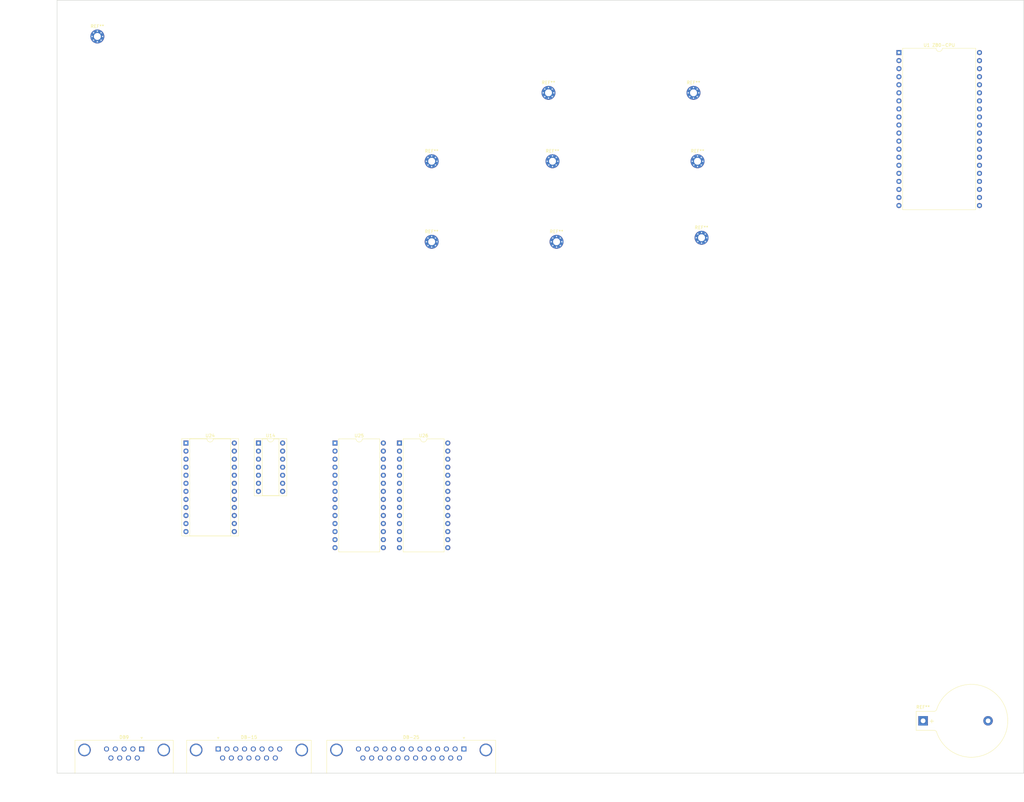
<source format=kicad_pcb>
(kicad_pcb (version 20171130) (host pcbnew 5.1.9+dfsg1-1)

  (general
    (thickness 1.6)
    (drawings 4)
    (tracks 0)
    (zones 0)
    (modules 18)
    (nets 1)
  )

  (page E)
  (layers
    (0 F.Cu signal)
    (31 B.Cu signal)
    (32 B.Adhes user)
    (33 F.Adhes user)
    (34 B.Paste user)
    (35 F.Paste user)
    (36 B.SilkS user)
    (37 F.SilkS user)
    (38 B.Mask user)
    (39 F.Mask user)
    (40 Dwgs.User user)
    (41 Cmts.User user)
    (42 Eco1.User user)
    (43 Eco2.User user)
    (44 Edge.Cuts user)
    (45 Margin user)
    (46 B.CrtYd user)
    (47 F.CrtYd user)
    (48 B.Fab user)
    (49 F.Fab user)
  )

  (setup
    (last_trace_width 0.25)
    (trace_clearance 0.2)
    (zone_clearance 0.508)
    (zone_45_only no)
    (trace_min 0.2)
    (via_size 0.8)
    (via_drill 0.4)
    (via_min_size 0.4)
    (via_min_drill 0.3)
    (uvia_size 0.3)
    (uvia_drill 0.1)
    (uvias_allowed no)
    (uvia_min_size 0.2)
    (uvia_min_drill 0.1)
    (edge_width 0.15)
    (segment_width 0.2)
    (pcb_text_width 0.3)
    (pcb_text_size 1.5 1.5)
    (mod_edge_width 0.15)
    (mod_text_size 1 1)
    (mod_text_width 0.15)
    (pad_size 1.524 1.524)
    (pad_drill 0.762)
    (pad_to_mask_clearance 0.051)
    (solder_mask_min_width 0.25)
    (aux_axis_origin 0 0)
    (visible_elements FFFFFF7F)
    (pcbplotparams
      (layerselection 0x010fc_ffffffff)
      (usegerberextensions false)
      (usegerberattributes false)
      (usegerberadvancedattributes false)
      (creategerberjobfile false)
      (excludeedgelayer true)
      (linewidth 0.100000)
      (plotframeref false)
      (viasonmask false)
      (mode 1)
      (useauxorigin false)
      (hpglpennumber 1)
      (hpglpenspeed 20)
      (hpglpendiameter 15.000000)
      (psnegative false)
      (psa4output false)
      (plotreference true)
      (plotvalue true)
      (plotinvisibletext false)
      (padsonsilk false)
      (subtractmaskfromsilk false)
      (outputformat 1)
      (mirror false)
      (drillshape 1)
      (scaleselection 1)
      (outputdirectory ""))
  )

  (net 0 "")

  (net_class Default "This is the default net class."
    (clearance 0.2)
    (trace_width 0.25)
    (via_dia 0.8)
    (via_drill 0.4)
    (uvia_dia 0.3)
    (uvia_drill 0.1)
  )

  (module Package_DIP:DIP-28_W15.24mm (layer F.Cu) (tedit 5A02E8C5) (tstamp 61C846C3)
    (at -971.55 -939.8)
    (descr "28-lead though-hole mounted DIP package, row spacing 15.24 mm (600 mils)")
    (tags "THT DIP DIL PDIP 2.54mm 15.24mm 600mil")
    (fp_text reference U26 (at 7.62 -2.33) (layer F.SilkS)
      (effects (font (size 1 1) (thickness 0.15)))
    )
    (fp_text value DIP-28_W15.24mm (at 7.62 35.35) (layer F.Fab)
      (effects (font (size 1 1) (thickness 0.15)))
    )
    (fp_text user %R (at 7.62 16.51) (layer F.Fab)
      (effects (font (size 1 1) (thickness 0.15)))
    )
    (fp_arc (start 7.62 -1.33) (end 6.62 -1.33) (angle -180) (layer F.SilkS) (width 0.12))
    (fp_line (start 1.255 -1.27) (end 14.985 -1.27) (layer F.Fab) (width 0.1))
    (fp_line (start 14.985 -1.27) (end 14.985 34.29) (layer F.Fab) (width 0.1))
    (fp_line (start 14.985 34.29) (end 0.255 34.29) (layer F.Fab) (width 0.1))
    (fp_line (start 0.255 34.29) (end 0.255 -0.27) (layer F.Fab) (width 0.1))
    (fp_line (start 0.255 -0.27) (end 1.255 -1.27) (layer F.Fab) (width 0.1))
    (fp_line (start 6.62 -1.33) (end 1.16 -1.33) (layer F.SilkS) (width 0.12))
    (fp_line (start 1.16 -1.33) (end 1.16 34.35) (layer F.SilkS) (width 0.12))
    (fp_line (start 1.16 34.35) (end 14.08 34.35) (layer F.SilkS) (width 0.12))
    (fp_line (start 14.08 34.35) (end 14.08 -1.33) (layer F.SilkS) (width 0.12))
    (fp_line (start 14.08 -1.33) (end 8.62 -1.33) (layer F.SilkS) (width 0.12))
    (fp_line (start -1.05 -1.55) (end -1.05 34.55) (layer F.CrtYd) (width 0.05))
    (fp_line (start -1.05 34.55) (end 16.3 34.55) (layer F.CrtYd) (width 0.05))
    (fp_line (start 16.3 34.55) (end 16.3 -1.55) (layer F.CrtYd) (width 0.05))
    (fp_line (start 16.3 -1.55) (end -1.05 -1.55) (layer F.CrtYd) (width 0.05))
    (pad 28 thru_hole oval (at 15.24 0) (size 1.6 1.6) (drill 0.8) (layers *.Cu *.Mask))
    (pad 14 thru_hole oval (at 0 33.02) (size 1.6 1.6) (drill 0.8) (layers *.Cu *.Mask))
    (pad 27 thru_hole oval (at 15.24 2.54) (size 1.6 1.6) (drill 0.8) (layers *.Cu *.Mask))
    (pad 13 thru_hole oval (at 0 30.48) (size 1.6 1.6) (drill 0.8) (layers *.Cu *.Mask))
    (pad 26 thru_hole oval (at 15.24 5.08) (size 1.6 1.6) (drill 0.8) (layers *.Cu *.Mask))
    (pad 12 thru_hole oval (at 0 27.94) (size 1.6 1.6) (drill 0.8) (layers *.Cu *.Mask))
    (pad 25 thru_hole oval (at 15.24 7.62) (size 1.6 1.6) (drill 0.8) (layers *.Cu *.Mask))
    (pad 11 thru_hole oval (at 0 25.4) (size 1.6 1.6) (drill 0.8) (layers *.Cu *.Mask))
    (pad 24 thru_hole oval (at 15.24 10.16) (size 1.6 1.6) (drill 0.8) (layers *.Cu *.Mask))
    (pad 10 thru_hole oval (at 0 22.86) (size 1.6 1.6) (drill 0.8) (layers *.Cu *.Mask))
    (pad 23 thru_hole oval (at 15.24 12.7) (size 1.6 1.6) (drill 0.8) (layers *.Cu *.Mask))
    (pad 9 thru_hole oval (at 0 20.32) (size 1.6 1.6) (drill 0.8) (layers *.Cu *.Mask))
    (pad 22 thru_hole oval (at 15.24 15.24) (size 1.6 1.6) (drill 0.8) (layers *.Cu *.Mask))
    (pad 8 thru_hole oval (at 0 17.78) (size 1.6 1.6) (drill 0.8) (layers *.Cu *.Mask))
    (pad 21 thru_hole oval (at 15.24 17.78) (size 1.6 1.6) (drill 0.8) (layers *.Cu *.Mask))
    (pad 7 thru_hole oval (at 0 15.24) (size 1.6 1.6) (drill 0.8) (layers *.Cu *.Mask))
    (pad 20 thru_hole oval (at 15.24 20.32) (size 1.6 1.6) (drill 0.8) (layers *.Cu *.Mask))
    (pad 6 thru_hole oval (at 0 12.7) (size 1.6 1.6) (drill 0.8) (layers *.Cu *.Mask))
    (pad 19 thru_hole oval (at 15.24 22.86) (size 1.6 1.6) (drill 0.8) (layers *.Cu *.Mask))
    (pad 5 thru_hole oval (at 0 10.16) (size 1.6 1.6) (drill 0.8) (layers *.Cu *.Mask))
    (pad 18 thru_hole oval (at 15.24 25.4) (size 1.6 1.6) (drill 0.8) (layers *.Cu *.Mask))
    (pad 4 thru_hole oval (at 0 7.62) (size 1.6 1.6) (drill 0.8) (layers *.Cu *.Mask))
    (pad 17 thru_hole oval (at 15.24 27.94) (size 1.6 1.6) (drill 0.8) (layers *.Cu *.Mask))
    (pad 3 thru_hole oval (at 0 5.08) (size 1.6 1.6) (drill 0.8) (layers *.Cu *.Mask))
    (pad 16 thru_hole oval (at 15.24 30.48) (size 1.6 1.6) (drill 0.8) (layers *.Cu *.Mask))
    (pad 2 thru_hole oval (at 0 2.54) (size 1.6 1.6) (drill 0.8) (layers *.Cu *.Mask))
    (pad 15 thru_hole oval (at 15.24 33.02) (size 1.6 1.6) (drill 0.8) (layers *.Cu *.Mask))
    (pad 1 thru_hole rect (at 0 0) (size 1.6 1.6) (drill 0.8) (layers *.Cu *.Mask))
    (model ${KISYS3DMOD}/Package_DIP.3dshapes/DIP-28_W15.24mm.wrl
      (at (xyz 0 0 0))
      (scale (xyz 1 1 1))
      (rotate (xyz 0 0 0))
    )
  )

  (module Package_DIP:DIP-28_W15.24mm (layer F.Cu) (tedit 5A02E8C5) (tstamp 61C84606)
    (at -991.87 -939.8)
    (descr "28-lead though-hole mounted DIP package, row spacing 15.24 mm (600 mils)")
    (tags "THT DIP DIL PDIP 2.54mm 15.24mm 600mil")
    (fp_text reference U25 (at 7.62 -2.33) (layer F.SilkS)
      (effects (font (size 1 1) (thickness 0.15)))
    )
    (fp_text value DIP-28_W15.24mm (at 7.62 35.35) (layer F.Fab)
      (effects (font (size 1 1) (thickness 0.15)))
    )
    (fp_text user %R (at 7.62 16.51) (layer F.Fab)
      (effects (font (size 1 1) (thickness 0.15)))
    )
    (fp_arc (start 7.62 -1.33) (end 6.62 -1.33) (angle -180) (layer F.SilkS) (width 0.12))
    (fp_line (start 1.255 -1.27) (end 14.985 -1.27) (layer F.Fab) (width 0.1))
    (fp_line (start 14.985 -1.27) (end 14.985 34.29) (layer F.Fab) (width 0.1))
    (fp_line (start 14.985 34.29) (end 0.255 34.29) (layer F.Fab) (width 0.1))
    (fp_line (start 0.255 34.29) (end 0.255 -0.27) (layer F.Fab) (width 0.1))
    (fp_line (start 0.255 -0.27) (end 1.255 -1.27) (layer F.Fab) (width 0.1))
    (fp_line (start 6.62 -1.33) (end 1.16 -1.33) (layer F.SilkS) (width 0.12))
    (fp_line (start 1.16 -1.33) (end 1.16 34.35) (layer F.SilkS) (width 0.12))
    (fp_line (start 1.16 34.35) (end 14.08 34.35) (layer F.SilkS) (width 0.12))
    (fp_line (start 14.08 34.35) (end 14.08 -1.33) (layer F.SilkS) (width 0.12))
    (fp_line (start 14.08 -1.33) (end 8.62 -1.33) (layer F.SilkS) (width 0.12))
    (fp_line (start -1.05 -1.55) (end -1.05 34.55) (layer F.CrtYd) (width 0.05))
    (fp_line (start -1.05 34.55) (end 16.3 34.55) (layer F.CrtYd) (width 0.05))
    (fp_line (start 16.3 34.55) (end 16.3 -1.55) (layer F.CrtYd) (width 0.05))
    (fp_line (start 16.3 -1.55) (end -1.05 -1.55) (layer F.CrtYd) (width 0.05))
    (pad 28 thru_hole oval (at 15.24 0) (size 1.6 1.6) (drill 0.8) (layers *.Cu *.Mask))
    (pad 14 thru_hole oval (at 0 33.02) (size 1.6 1.6) (drill 0.8) (layers *.Cu *.Mask))
    (pad 27 thru_hole oval (at 15.24 2.54) (size 1.6 1.6) (drill 0.8) (layers *.Cu *.Mask))
    (pad 13 thru_hole oval (at 0 30.48) (size 1.6 1.6) (drill 0.8) (layers *.Cu *.Mask))
    (pad 26 thru_hole oval (at 15.24 5.08) (size 1.6 1.6) (drill 0.8) (layers *.Cu *.Mask))
    (pad 12 thru_hole oval (at 0 27.94) (size 1.6 1.6) (drill 0.8) (layers *.Cu *.Mask))
    (pad 25 thru_hole oval (at 15.24 7.62) (size 1.6 1.6) (drill 0.8) (layers *.Cu *.Mask))
    (pad 11 thru_hole oval (at 0 25.4) (size 1.6 1.6) (drill 0.8) (layers *.Cu *.Mask))
    (pad 24 thru_hole oval (at 15.24 10.16) (size 1.6 1.6) (drill 0.8) (layers *.Cu *.Mask))
    (pad 10 thru_hole oval (at 0 22.86) (size 1.6 1.6) (drill 0.8) (layers *.Cu *.Mask))
    (pad 23 thru_hole oval (at 15.24 12.7) (size 1.6 1.6) (drill 0.8) (layers *.Cu *.Mask))
    (pad 9 thru_hole oval (at 0 20.32) (size 1.6 1.6) (drill 0.8) (layers *.Cu *.Mask))
    (pad 22 thru_hole oval (at 15.24 15.24) (size 1.6 1.6) (drill 0.8) (layers *.Cu *.Mask))
    (pad 8 thru_hole oval (at 0 17.78) (size 1.6 1.6) (drill 0.8) (layers *.Cu *.Mask))
    (pad 21 thru_hole oval (at 15.24 17.78) (size 1.6 1.6) (drill 0.8) (layers *.Cu *.Mask))
    (pad 7 thru_hole oval (at 0 15.24) (size 1.6 1.6) (drill 0.8) (layers *.Cu *.Mask))
    (pad 20 thru_hole oval (at 15.24 20.32) (size 1.6 1.6) (drill 0.8) (layers *.Cu *.Mask))
    (pad 6 thru_hole oval (at 0 12.7) (size 1.6 1.6) (drill 0.8) (layers *.Cu *.Mask))
    (pad 19 thru_hole oval (at 15.24 22.86) (size 1.6 1.6) (drill 0.8) (layers *.Cu *.Mask))
    (pad 5 thru_hole oval (at 0 10.16) (size 1.6 1.6) (drill 0.8) (layers *.Cu *.Mask))
    (pad 18 thru_hole oval (at 15.24 25.4) (size 1.6 1.6) (drill 0.8) (layers *.Cu *.Mask))
    (pad 4 thru_hole oval (at 0 7.62) (size 1.6 1.6) (drill 0.8) (layers *.Cu *.Mask))
    (pad 17 thru_hole oval (at 15.24 27.94) (size 1.6 1.6) (drill 0.8) (layers *.Cu *.Mask))
    (pad 3 thru_hole oval (at 0 5.08) (size 1.6 1.6) (drill 0.8) (layers *.Cu *.Mask))
    (pad 16 thru_hole oval (at 15.24 30.48) (size 1.6 1.6) (drill 0.8) (layers *.Cu *.Mask))
    (pad 2 thru_hole oval (at 0 2.54) (size 1.6 1.6) (drill 0.8) (layers *.Cu *.Mask))
    (pad 15 thru_hole oval (at 15.24 33.02) (size 1.6 1.6) (drill 0.8) (layers *.Cu *.Mask))
    (pad 1 thru_hole rect (at 0 0) (size 1.6 1.6) (drill 0.8) (layers *.Cu *.Mask))
    (model ${KISYS3DMOD}/Package_DIP.3dshapes/DIP-28_W15.24mm.wrl
      (at (xyz 0 0 0))
      (scale (xyz 1 1 1))
      (rotate (xyz 0 0 0))
    )
  )

  (module Package_DIP:DIP-14_W7.62mm_Socket (layer F.Cu) (tedit 5A02E8C5) (tstamp 61C83DD8)
    (at -1016 -939.8)
    (descr "14-lead though-hole mounted DIP package, row spacing 7.62 mm (300 mils), Socket")
    (tags "THT DIP DIL PDIP 2.54mm 7.62mm 300mil Socket")
    (fp_text reference U14 (at 3.81 -2.33) (layer F.SilkS)
      (effects (font (size 1 1) (thickness 0.15)))
    )
    (fp_text value 74LS393 (at 3.81 17.57) (layer F.Fab)
      (effects (font (size 1 1) (thickness 0.15)))
    )
    (fp_text user %R (at 3.81 7.62) (layer F.Fab)
      (effects (font (size 1 1) (thickness 0.15)))
    )
    (fp_arc (start 3.81 -1.33) (end 2.81 -1.33) (angle -180) (layer F.SilkS) (width 0.12))
    (fp_line (start 1.635 -1.27) (end 6.985 -1.27) (layer F.Fab) (width 0.1))
    (fp_line (start 6.985 -1.27) (end 6.985 16.51) (layer F.Fab) (width 0.1))
    (fp_line (start 6.985 16.51) (end 0.635 16.51) (layer F.Fab) (width 0.1))
    (fp_line (start 0.635 16.51) (end 0.635 -0.27) (layer F.Fab) (width 0.1))
    (fp_line (start 0.635 -0.27) (end 1.635 -1.27) (layer F.Fab) (width 0.1))
    (fp_line (start -1.27 -1.33) (end -1.27 16.57) (layer F.Fab) (width 0.1))
    (fp_line (start -1.27 16.57) (end 8.89 16.57) (layer F.Fab) (width 0.1))
    (fp_line (start 8.89 16.57) (end 8.89 -1.33) (layer F.Fab) (width 0.1))
    (fp_line (start 8.89 -1.33) (end -1.27 -1.33) (layer F.Fab) (width 0.1))
    (fp_line (start 2.81 -1.33) (end 1.16 -1.33) (layer F.SilkS) (width 0.12))
    (fp_line (start 1.16 -1.33) (end 1.16 16.57) (layer F.SilkS) (width 0.12))
    (fp_line (start 1.16 16.57) (end 6.46 16.57) (layer F.SilkS) (width 0.12))
    (fp_line (start 6.46 16.57) (end 6.46 -1.33) (layer F.SilkS) (width 0.12))
    (fp_line (start 6.46 -1.33) (end 4.81 -1.33) (layer F.SilkS) (width 0.12))
    (fp_line (start -1.33 -1.39) (end -1.33 16.63) (layer F.SilkS) (width 0.12))
    (fp_line (start -1.33 16.63) (end 8.95 16.63) (layer F.SilkS) (width 0.12))
    (fp_line (start 8.95 16.63) (end 8.95 -1.39) (layer F.SilkS) (width 0.12))
    (fp_line (start 8.95 -1.39) (end -1.33 -1.39) (layer F.SilkS) (width 0.12))
    (fp_line (start -1.55 -1.6) (end -1.55 16.85) (layer F.CrtYd) (width 0.05))
    (fp_line (start -1.55 16.85) (end 9.15 16.85) (layer F.CrtYd) (width 0.05))
    (fp_line (start 9.15 16.85) (end 9.15 -1.6) (layer F.CrtYd) (width 0.05))
    (fp_line (start 9.15 -1.6) (end -1.55 -1.6) (layer F.CrtYd) (width 0.05))
    (pad 14 thru_hole oval (at 7.62 0) (size 1.6 1.6) (drill 0.8) (layers *.Cu *.Mask))
    (pad 7 thru_hole oval (at 0 15.24) (size 1.6 1.6) (drill 0.8) (layers *.Cu *.Mask))
    (pad 13 thru_hole oval (at 7.62 2.54) (size 1.6 1.6) (drill 0.8) (layers *.Cu *.Mask))
    (pad 6 thru_hole oval (at 0 12.7) (size 1.6 1.6) (drill 0.8) (layers *.Cu *.Mask))
    (pad 12 thru_hole oval (at 7.62 5.08) (size 1.6 1.6) (drill 0.8) (layers *.Cu *.Mask))
    (pad 5 thru_hole oval (at 0 10.16) (size 1.6 1.6) (drill 0.8) (layers *.Cu *.Mask))
    (pad 11 thru_hole oval (at 7.62 7.62) (size 1.6 1.6) (drill 0.8) (layers *.Cu *.Mask))
    (pad 4 thru_hole oval (at 0 7.62) (size 1.6 1.6) (drill 0.8) (layers *.Cu *.Mask))
    (pad 10 thru_hole oval (at 7.62 10.16) (size 1.6 1.6) (drill 0.8) (layers *.Cu *.Mask))
    (pad 3 thru_hole oval (at 0 5.08) (size 1.6 1.6) (drill 0.8) (layers *.Cu *.Mask))
    (pad 9 thru_hole oval (at 7.62 12.7) (size 1.6 1.6) (drill 0.8) (layers *.Cu *.Mask))
    (pad 2 thru_hole oval (at 0 2.54) (size 1.6 1.6) (drill 0.8) (layers *.Cu *.Mask))
    (pad 8 thru_hole oval (at 7.62 15.24) (size 1.6 1.6) (drill 0.8) (layers *.Cu *.Mask))
    (pad 1 thru_hole rect (at 0 0) (size 1.6 1.6) (drill 0.8) (layers *.Cu *.Mask))
    (model ${KISYS3DMOD}/Package_DIP.3dshapes/DIP-14_W7.62mm_Socket.wrl
      (at (xyz 0 0 0))
      (scale (xyz 1 1 1))
      (rotate (xyz 0 0 0))
    )
  )

  (module Package_DIP:DIP-24_W15.24mm_Socket (layer F.Cu) (tedit 5A02E8C5) (tstamp 61C837AF)
    (at -1038.86 -939.8)
    (descr "24-lead though-hole mounted DIP package, row spacing 15.24 mm (600 mils), Socket")
    (tags "THT DIP DIL PDIP 2.54mm 15.24mm 600mil Socket")
    (fp_text reference U24 (at 7.62 -2.33) (layer F.SilkS)
      (effects (font (size 1 1) (thickness 0.15)))
    )
    (fp_text value 74LS154 (at 7.62 30.27) (layer F.Fab)
      (effects (font (size 1 1) (thickness 0.15)))
    )
    (fp_text user %R (at 7.62 13.97) (layer F.Fab)
      (effects (font (size 1 1) (thickness 0.15)))
    )
    (fp_arc (start 7.62 -1.33) (end 6.62 -1.33) (angle -180) (layer F.SilkS) (width 0.12))
    (fp_line (start 1.255 -1.27) (end 14.985 -1.27) (layer F.Fab) (width 0.1))
    (fp_line (start 14.985 -1.27) (end 14.985 29.21) (layer F.Fab) (width 0.1))
    (fp_line (start 14.985 29.21) (end 0.255 29.21) (layer F.Fab) (width 0.1))
    (fp_line (start 0.255 29.21) (end 0.255 -0.27) (layer F.Fab) (width 0.1))
    (fp_line (start 0.255 -0.27) (end 1.255 -1.27) (layer F.Fab) (width 0.1))
    (fp_line (start -1.27 -1.33) (end -1.27 29.27) (layer F.Fab) (width 0.1))
    (fp_line (start -1.27 29.27) (end 16.51 29.27) (layer F.Fab) (width 0.1))
    (fp_line (start 16.51 29.27) (end 16.51 -1.33) (layer F.Fab) (width 0.1))
    (fp_line (start 16.51 -1.33) (end -1.27 -1.33) (layer F.Fab) (width 0.1))
    (fp_line (start 6.62 -1.33) (end 1.16 -1.33) (layer F.SilkS) (width 0.12))
    (fp_line (start 1.16 -1.33) (end 1.16 29.27) (layer F.SilkS) (width 0.12))
    (fp_line (start 1.16 29.27) (end 14.08 29.27) (layer F.SilkS) (width 0.12))
    (fp_line (start 14.08 29.27) (end 14.08 -1.33) (layer F.SilkS) (width 0.12))
    (fp_line (start 14.08 -1.33) (end 8.62 -1.33) (layer F.SilkS) (width 0.12))
    (fp_line (start -1.33 -1.39) (end -1.33 29.33) (layer F.SilkS) (width 0.12))
    (fp_line (start -1.33 29.33) (end 16.57 29.33) (layer F.SilkS) (width 0.12))
    (fp_line (start 16.57 29.33) (end 16.57 -1.39) (layer F.SilkS) (width 0.12))
    (fp_line (start 16.57 -1.39) (end -1.33 -1.39) (layer F.SilkS) (width 0.12))
    (fp_line (start -1.55 -1.6) (end -1.55 29.55) (layer F.CrtYd) (width 0.05))
    (fp_line (start -1.55 29.55) (end 16.8 29.55) (layer F.CrtYd) (width 0.05))
    (fp_line (start 16.8 29.55) (end 16.8 -1.6) (layer F.CrtYd) (width 0.05))
    (fp_line (start 16.8 -1.6) (end -1.55 -1.6) (layer F.CrtYd) (width 0.05))
    (pad 24 thru_hole oval (at 15.24 0) (size 1.6 1.6) (drill 0.8) (layers *.Cu *.Mask))
    (pad 12 thru_hole oval (at 0 27.94) (size 1.6 1.6) (drill 0.8) (layers *.Cu *.Mask))
    (pad 23 thru_hole oval (at 15.24 2.54) (size 1.6 1.6) (drill 0.8) (layers *.Cu *.Mask))
    (pad 11 thru_hole oval (at 0 25.4) (size 1.6 1.6) (drill 0.8) (layers *.Cu *.Mask))
    (pad 22 thru_hole oval (at 15.24 5.08) (size 1.6 1.6) (drill 0.8) (layers *.Cu *.Mask))
    (pad 10 thru_hole oval (at 0 22.86) (size 1.6 1.6) (drill 0.8) (layers *.Cu *.Mask))
    (pad 21 thru_hole oval (at 15.24 7.62) (size 1.6 1.6) (drill 0.8) (layers *.Cu *.Mask))
    (pad 9 thru_hole oval (at 0 20.32) (size 1.6 1.6) (drill 0.8) (layers *.Cu *.Mask))
    (pad 20 thru_hole oval (at 15.24 10.16) (size 1.6 1.6) (drill 0.8) (layers *.Cu *.Mask))
    (pad 8 thru_hole oval (at 0 17.78) (size 1.6 1.6) (drill 0.8) (layers *.Cu *.Mask))
    (pad 19 thru_hole oval (at 15.24 12.7) (size 1.6 1.6) (drill 0.8) (layers *.Cu *.Mask))
    (pad 7 thru_hole oval (at 0 15.24) (size 1.6 1.6) (drill 0.8) (layers *.Cu *.Mask))
    (pad 18 thru_hole oval (at 15.24 15.24) (size 1.6 1.6) (drill 0.8) (layers *.Cu *.Mask))
    (pad 6 thru_hole oval (at 0 12.7) (size 1.6 1.6) (drill 0.8) (layers *.Cu *.Mask))
    (pad 17 thru_hole oval (at 15.24 17.78) (size 1.6 1.6) (drill 0.8) (layers *.Cu *.Mask))
    (pad 5 thru_hole oval (at 0 10.16) (size 1.6 1.6) (drill 0.8) (layers *.Cu *.Mask))
    (pad 16 thru_hole oval (at 15.24 20.32) (size 1.6 1.6) (drill 0.8) (layers *.Cu *.Mask))
    (pad 4 thru_hole oval (at 0 7.62) (size 1.6 1.6) (drill 0.8) (layers *.Cu *.Mask))
    (pad 15 thru_hole oval (at 15.24 22.86) (size 1.6 1.6) (drill 0.8) (layers *.Cu *.Mask))
    (pad 3 thru_hole oval (at 0 5.08) (size 1.6 1.6) (drill 0.8) (layers *.Cu *.Mask))
    (pad 14 thru_hole oval (at 15.24 25.4) (size 1.6 1.6) (drill 0.8) (layers *.Cu *.Mask))
    (pad 2 thru_hole oval (at 0 2.54) (size 1.6 1.6) (drill 0.8) (layers *.Cu *.Mask))
    (pad 13 thru_hole oval (at 15.24 27.94) (size 1.6 1.6) (drill 0.8) (layers *.Cu *.Mask))
    (pad 1 thru_hole rect (at 0 0) (size 1.6 1.6) (drill 0.8) (layers *.Cu *.Mask))
    (model ${KISYS3DMOD}/Package_DIP.3dshapes/DIP-24_W15.24mm_Socket.wrl
      (at (xyz 0 0 0))
      (scale (xyz 1 1 1))
      (rotate (xyz 0 0 0))
    )
  )

  (module Connector_Dsub:DSUB-25_Female_Horizontal_P2.77x2.84mm_EdgePinOffset4.94mm_Housed_MountingHolesOffset7.48mm (layer F.Cu) (tedit 59FEDEE2) (tstamp 61A7B17D)
    (at -951.23 -843.28)
    (descr "25-pin D-Sub connector, horizontal/angled (90 deg), THT-mount, female, pitch 2.77x2.84mm, pin-PCB-offset 4.9399999999999995mm, distance of mounting holes 47.1mm, distance of mounting holes to PCB edge 7.4799999999999995mm, see https://disti-assets.s3.amazonaws.com/tonar/files/datasheets/16730.pdf")
    (tags "25-pin D-Sub connector horizontal angled 90deg THT female pitch 2.77x2.84mm pin-PCB-offset 4.9399999999999995mm mounting-holes-distance 47.1mm mounting-hole-offset 47.1mm")
    (fp_text reference DB-25 (at -16.62 -3.7) (layer F.SilkS)
      (effects (font (size 1 1) (thickness 0.15)))
    )
    (fp_text value DSUB-25_Female_Horizontal_P2.77x2.84mm_EdgePinOffset4.94mm_Housed_MountingHolesOffset7.48mm (at -16.62 15.85) (layer F.Fab)
      (effects (font (size 1 1) (thickness 0.15)))
    )
    (fp_line (start 10.45 -3.25) (end -43.7 -3.25) (layer F.CrtYd) (width 0.05))
    (fp_line (start 10.45 14.85) (end 10.45 -3.25) (layer F.CrtYd) (width 0.05))
    (fp_line (start -43.7 14.85) (end 10.45 14.85) (layer F.CrtYd) (width 0.05))
    (fp_line (start -43.7 -3.25) (end -43.7 14.85) (layer F.CrtYd) (width 0.05))
    (fp_line (start 0 -3.221325) (end -0.25 -3.654338) (layer F.SilkS) (width 0.12))
    (fp_line (start 0.25 -3.654338) (end 0 -3.221325) (layer F.SilkS) (width 0.12))
    (fp_line (start -0.25 -3.654338) (end 0.25 -3.654338) (layer F.SilkS) (width 0.12))
    (fp_line (start 9.99 -2.76) (end 9.99 7.72) (layer F.SilkS) (width 0.12))
    (fp_line (start -43.23 -2.76) (end 9.99 -2.76) (layer F.SilkS) (width 0.12))
    (fp_line (start -43.23 7.72) (end -43.23 -2.76) (layer F.SilkS) (width 0.12))
    (fp_line (start 8.53 7.78) (end 8.53 0.3) (layer F.Fab) (width 0.1))
    (fp_line (start 5.33 7.78) (end 5.33 0.3) (layer F.Fab) (width 0.1))
    (fp_line (start -38.57 7.78) (end -38.57 0.3) (layer F.Fab) (width 0.1))
    (fp_line (start -41.77 7.78) (end -41.77 0.3) (layer F.Fab) (width 0.1))
    (fp_line (start 9.43 8.18) (end 4.43 8.18) (layer F.Fab) (width 0.1))
    (fp_line (start 9.43 13.18) (end 9.43 8.18) (layer F.Fab) (width 0.1))
    (fp_line (start 4.43 13.18) (end 9.43 13.18) (layer F.Fab) (width 0.1))
    (fp_line (start 4.43 8.18) (end 4.43 13.18) (layer F.Fab) (width 0.1))
    (fp_line (start -37.67 8.18) (end -42.67 8.18) (layer F.Fab) (width 0.1))
    (fp_line (start -37.67 13.18) (end -37.67 8.18) (layer F.Fab) (width 0.1))
    (fp_line (start -42.67 13.18) (end -37.67 13.18) (layer F.Fab) (width 0.1))
    (fp_line (start -42.67 8.18) (end -42.67 13.18) (layer F.Fab) (width 0.1))
    (fp_line (start 2.53 8.18) (end -35.77 8.18) (layer F.Fab) (width 0.1))
    (fp_line (start 2.53 14.35) (end 2.53 8.18) (layer F.Fab) (width 0.1))
    (fp_line (start -35.77 14.35) (end 2.53 14.35) (layer F.Fab) (width 0.1))
    (fp_line (start -35.77 8.18) (end -35.77 14.35) (layer F.Fab) (width 0.1))
    (fp_line (start 9.93 7.78) (end -43.17 7.78) (layer F.Fab) (width 0.1))
    (fp_line (start 9.93 8.18) (end 9.93 7.78) (layer F.Fab) (width 0.1))
    (fp_line (start -43.17 8.18) (end 9.93 8.18) (layer F.Fab) (width 0.1))
    (fp_line (start -43.17 7.78) (end -43.17 8.18) (layer F.Fab) (width 0.1))
    (fp_line (start 9.93 -2.7) (end -43.17 -2.7) (layer F.Fab) (width 0.1))
    (fp_line (start 9.93 7.78) (end 9.93 -2.7) (layer F.Fab) (width 0.1))
    (fp_line (start -43.17 7.78) (end 9.93 7.78) (layer F.Fab) (width 0.1))
    (fp_line (start -43.17 -2.7) (end -43.17 7.78) (layer F.Fab) (width 0.1))
    (fp_text user %R (at -16.62 11.265) (layer F.Fab)
      (effects (font (size 1 1) (thickness 0.15)))
    )
    (fp_arc (start 6.93 0.3) (end 5.33 0.3) (angle 180) (layer F.Fab) (width 0.1))
    (fp_arc (start -40.17 0.3) (end -41.77 0.3) (angle 180) (layer F.Fab) (width 0.1))
    (pad 0 thru_hole circle (at 6.93 0.3) (size 4 4) (drill 3.2) (layers *.Cu *.Mask))
    (pad 0 thru_hole circle (at -40.17 0.3) (size 4 4) (drill 3.2) (layers *.Cu *.Mask))
    (pad 25 thru_hole circle (at -31.855 2.84) (size 1.6 1.6) (drill 1) (layers *.Cu *.Mask))
    (pad 24 thru_hole circle (at -29.085 2.84) (size 1.6 1.6) (drill 1) (layers *.Cu *.Mask))
    (pad 23 thru_hole circle (at -26.315 2.84) (size 1.6 1.6) (drill 1) (layers *.Cu *.Mask))
    (pad 22 thru_hole circle (at -23.545 2.84) (size 1.6 1.6) (drill 1) (layers *.Cu *.Mask))
    (pad 21 thru_hole circle (at -20.775 2.84) (size 1.6 1.6) (drill 1) (layers *.Cu *.Mask))
    (pad 20 thru_hole circle (at -18.005 2.84) (size 1.6 1.6) (drill 1) (layers *.Cu *.Mask))
    (pad 19 thru_hole circle (at -15.235 2.84) (size 1.6 1.6) (drill 1) (layers *.Cu *.Mask))
    (pad 18 thru_hole circle (at -12.465 2.84) (size 1.6 1.6) (drill 1) (layers *.Cu *.Mask))
    (pad 17 thru_hole circle (at -9.695 2.84) (size 1.6 1.6) (drill 1) (layers *.Cu *.Mask))
    (pad 16 thru_hole circle (at -6.925 2.84) (size 1.6 1.6) (drill 1) (layers *.Cu *.Mask))
    (pad 15 thru_hole circle (at -4.155 2.84) (size 1.6 1.6) (drill 1) (layers *.Cu *.Mask))
    (pad 14 thru_hole circle (at -1.385 2.84) (size 1.6 1.6) (drill 1) (layers *.Cu *.Mask))
    (pad 13 thru_hole circle (at -33.24 0) (size 1.6 1.6) (drill 1) (layers *.Cu *.Mask))
    (pad 12 thru_hole circle (at -30.47 0) (size 1.6 1.6) (drill 1) (layers *.Cu *.Mask))
    (pad 11 thru_hole circle (at -27.7 0) (size 1.6 1.6) (drill 1) (layers *.Cu *.Mask))
    (pad 10 thru_hole circle (at -24.93 0) (size 1.6 1.6) (drill 1) (layers *.Cu *.Mask))
    (pad 9 thru_hole circle (at -22.16 0) (size 1.6 1.6) (drill 1) (layers *.Cu *.Mask))
    (pad 8 thru_hole circle (at -19.39 0) (size 1.6 1.6) (drill 1) (layers *.Cu *.Mask))
    (pad 7 thru_hole circle (at -16.62 0) (size 1.6 1.6) (drill 1) (layers *.Cu *.Mask))
    (pad 6 thru_hole circle (at -13.85 0) (size 1.6 1.6) (drill 1) (layers *.Cu *.Mask))
    (pad 5 thru_hole circle (at -11.08 0) (size 1.6 1.6) (drill 1) (layers *.Cu *.Mask))
    (pad 4 thru_hole circle (at -8.31 0) (size 1.6 1.6) (drill 1) (layers *.Cu *.Mask))
    (pad 3 thru_hole circle (at -5.54 0) (size 1.6 1.6) (drill 1) (layers *.Cu *.Mask))
    (pad 2 thru_hole circle (at -2.77 0) (size 1.6 1.6) (drill 1) (layers *.Cu *.Mask))
    (pad 1 thru_hole rect (at 0 0) (size 1.6 1.6) (drill 1) (layers *.Cu *.Mask))
    (model ${KISYS3DMOD}/Connector_Dsub.3dshapes/DSUB-25_Female_Horizontal_P2.77x2.84mm_EdgePinOffset4.94mm_Housed_MountingHolesOffset7.48mm.wrl
      (at (xyz 0 0 0))
      (scale (xyz 1 1 1))
      (rotate (xyz 0 0 0))
    )
  )

  (module Connector_Dsub:DSUB-15_Male_Horizontal_P2.77x2.84mm_EdgePinOffset4.94mm_Housed_MountingHolesOffset7.48mm (layer F.Cu) (tedit 59FEDEE2) (tstamp 61A79C1D)
    (at -1028.7 -843.28)
    (descr "15-pin D-Sub connector, horizontal/angled (90 deg), THT-mount, male, pitch 2.77x2.84mm, pin-PCB-offset 4.9399999999999995mm, distance of mounting holes 33.3mm, distance of mounting holes to PCB edge 7.4799999999999995mm, see https://disti-assets.s3.amazonaws.com/tonar/files/datasheets/16730.pdf")
    (tags "15-pin D-Sub connector horizontal angled 90deg THT male pitch 2.77x2.84mm pin-PCB-offset 4.9399999999999995mm mounting-holes-distance 33.3mm mounting-hole-offset 33.3mm")
    (fp_text reference DB-15 (at 9.695 -3.7) (layer F.SilkS)
      (effects (font (size 1 1) (thickness 0.15)))
    )
    (fp_text value DSUB-15_Male_Horizontal_P2.77x2.84mm_EdgePinOffset4.94mm_Housed_MountingHolesOffset7.48mm (at 9.695 15.68) (layer F.Fab)
      (effects (font (size 1 1) (thickness 0.15)))
    )
    (fp_line (start 29.8 -3.25) (end -10.45 -3.25) (layer F.CrtYd) (width 0.05))
    (fp_line (start 29.8 14.7) (end 29.8 -3.25) (layer F.CrtYd) (width 0.05))
    (fp_line (start -10.45 14.7) (end 29.8 14.7) (layer F.CrtYd) (width 0.05))
    (fp_line (start -10.45 -3.25) (end -10.45 14.7) (layer F.CrtYd) (width 0.05))
    (fp_line (start 0 -3.221325) (end -0.25 -3.654338) (layer F.SilkS) (width 0.12))
    (fp_line (start 0.25 -3.654338) (end 0 -3.221325) (layer F.SilkS) (width 0.12))
    (fp_line (start -0.25 -3.654338) (end 0.25 -3.654338) (layer F.SilkS) (width 0.12))
    (fp_line (start 29.355 -2.76) (end 29.355 7.72) (layer F.SilkS) (width 0.12))
    (fp_line (start -9.965 -2.76) (end 29.355 -2.76) (layer F.SilkS) (width 0.12))
    (fp_line (start -9.965 7.72) (end -9.965 -2.76) (layer F.SilkS) (width 0.12))
    (fp_line (start 27.945 7.78) (end 27.945 0.3) (layer F.Fab) (width 0.1))
    (fp_line (start 24.745 7.78) (end 24.745 0.3) (layer F.Fab) (width 0.1))
    (fp_line (start -5.355 7.78) (end -5.355 0.3) (layer F.Fab) (width 0.1))
    (fp_line (start -8.555 7.78) (end -8.555 0.3) (layer F.Fab) (width 0.1))
    (fp_line (start 28.845 8.18) (end 23.845 8.18) (layer F.Fab) (width 0.1))
    (fp_line (start 28.845 13.18) (end 28.845 8.18) (layer F.Fab) (width 0.1))
    (fp_line (start 23.845 13.18) (end 28.845 13.18) (layer F.Fab) (width 0.1))
    (fp_line (start 23.845 8.18) (end 23.845 13.18) (layer F.Fab) (width 0.1))
    (fp_line (start -4.455 8.18) (end -9.455 8.18) (layer F.Fab) (width 0.1))
    (fp_line (start -4.455 13.18) (end -4.455 8.18) (layer F.Fab) (width 0.1))
    (fp_line (start -9.455 13.18) (end -4.455 13.18) (layer F.Fab) (width 0.1))
    (fp_line (start -9.455 8.18) (end -9.455 13.18) (layer F.Fab) (width 0.1))
    (fp_line (start 21.995 8.18) (end -2.605 8.18) (layer F.Fab) (width 0.1))
    (fp_line (start 21.995 14.18) (end 21.995 8.18) (layer F.Fab) (width 0.1))
    (fp_line (start -2.605 14.18) (end 21.995 14.18) (layer F.Fab) (width 0.1))
    (fp_line (start -2.605 8.18) (end -2.605 14.18) (layer F.Fab) (width 0.1))
    (fp_line (start 29.295 7.78) (end -9.905 7.78) (layer F.Fab) (width 0.1))
    (fp_line (start 29.295 8.18) (end 29.295 7.78) (layer F.Fab) (width 0.1))
    (fp_line (start -9.905 8.18) (end 29.295 8.18) (layer F.Fab) (width 0.1))
    (fp_line (start -9.905 7.78) (end -9.905 8.18) (layer F.Fab) (width 0.1))
    (fp_line (start 29.295 -2.7) (end -9.905 -2.7) (layer F.Fab) (width 0.1))
    (fp_line (start 29.295 7.78) (end 29.295 -2.7) (layer F.Fab) (width 0.1))
    (fp_line (start -9.905 7.78) (end 29.295 7.78) (layer F.Fab) (width 0.1))
    (fp_line (start -9.905 -2.7) (end -9.905 7.78) (layer F.Fab) (width 0.1))
    (fp_text user %R (at 9.695 11.18) (layer F.Fab)
      (effects (font (size 1 1) (thickness 0.15)))
    )
    (fp_arc (start 26.345 0.3) (end 24.745 0.3) (angle 180) (layer F.Fab) (width 0.1))
    (fp_arc (start -6.955 0.3) (end -8.555 0.3) (angle 180) (layer F.Fab) (width 0.1))
    (pad 0 thru_hole circle (at 26.345 0.3) (size 4 4) (drill 3.2) (layers *.Cu *.Mask))
    (pad 0 thru_hole circle (at -6.955 0.3) (size 4 4) (drill 3.2) (layers *.Cu *.Mask))
    (pad 15 thru_hole circle (at 18.005 2.84) (size 1.6 1.6) (drill 1) (layers *.Cu *.Mask))
    (pad 14 thru_hole circle (at 15.235 2.84) (size 1.6 1.6) (drill 1) (layers *.Cu *.Mask))
    (pad 13 thru_hole circle (at 12.465 2.84) (size 1.6 1.6) (drill 1) (layers *.Cu *.Mask))
    (pad 12 thru_hole circle (at 9.695 2.84) (size 1.6 1.6) (drill 1) (layers *.Cu *.Mask))
    (pad 11 thru_hole circle (at 6.925 2.84) (size 1.6 1.6) (drill 1) (layers *.Cu *.Mask))
    (pad 10 thru_hole circle (at 4.155 2.84) (size 1.6 1.6) (drill 1) (layers *.Cu *.Mask))
    (pad 9 thru_hole circle (at 1.385 2.84) (size 1.6 1.6) (drill 1) (layers *.Cu *.Mask))
    (pad 8 thru_hole circle (at 19.39 0) (size 1.6 1.6) (drill 1) (layers *.Cu *.Mask))
    (pad 7 thru_hole circle (at 16.62 0) (size 1.6 1.6) (drill 1) (layers *.Cu *.Mask))
    (pad 6 thru_hole circle (at 13.85 0) (size 1.6 1.6) (drill 1) (layers *.Cu *.Mask))
    (pad 5 thru_hole circle (at 11.08 0) (size 1.6 1.6) (drill 1) (layers *.Cu *.Mask))
    (pad 4 thru_hole circle (at 8.31 0) (size 1.6 1.6) (drill 1) (layers *.Cu *.Mask))
    (pad 3 thru_hole circle (at 5.54 0) (size 1.6 1.6) (drill 1) (layers *.Cu *.Mask))
    (pad 2 thru_hole circle (at 2.77 0) (size 1.6 1.6) (drill 1) (layers *.Cu *.Mask))
    (pad 1 thru_hole rect (at 0 0) (size 1.6 1.6) (drill 1) (layers *.Cu *.Mask))
    (model ${KISYS3DMOD}/Connector_Dsub.3dshapes/DSUB-15_Male_Horizontal_P2.77x2.84mm_EdgePinOffset4.94mm_Housed_MountingHolesOffset7.48mm.wrl
      (at (xyz 0 0 0))
      (scale (xyz 1 1 1))
      (rotate (xyz 0 0 0))
    )
  )

  (module Connector_Dsub:DSUB-9_Female_Horizontal_P2.77x2.84mm_EdgePinOffset4.94mm_Housed_MountingHolesOffset7.48mm (layer F.Cu) (tedit 59FEDEE2) (tstamp 61A79428)
    (at -1052.83 -843.28)
    (descr "9-pin D-Sub connector, horizontal/angled (90 deg), THT-mount, female, pitch 2.77x2.84mm, pin-PCB-offset 4.9399999999999995mm, distance of mounting holes 25mm, distance of mounting holes to PCB edge 7.4799999999999995mm, see https://disti-assets.s3.amazonaws.com/tonar/files/datasheets/16730.pdf")
    (tags "9-pin D-Sub connector horizontal angled 90deg THT female pitch 2.77x2.84mm pin-PCB-offset 4.9399999999999995mm mounting-holes-distance 25mm mounting-hole-offset 25mm")
    (fp_text reference DB9 (at -5.54 -3.7) (layer F.SilkS)
      (effects (font (size 1 1) (thickness 0.15)))
    )
    (fp_text value DSUB-9_Female_Horizontal_P2.77x2.84mm_EdgePinOffset4.94mm_Housed_MountingHolesOffset7.48mm (at -5.54 15.85) (layer F.Fab)
      (effects (font (size 1 1) (thickness 0.15)))
    )
    (fp_line (start 10.4 -3.25) (end -21.5 -3.25) (layer F.CrtYd) (width 0.05))
    (fp_line (start 10.4 14.85) (end 10.4 -3.25) (layer F.CrtYd) (width 0.05))
    (fp_line (start -21.5 14.85) (end 10.4 14.85) (layer F.CrtYd) (width 0.05))
    (fp_line (start -21.5 -3.25) (end -21.5 14.85) (layer F.CrtYd) (width 0.05))
    (fp_line (start 0 -3.221325) (end -0.25 -3.654338) (layer F.SilkS) (width 0.12))
    (fp_line (start 0.25 -3.654338) (end 0 -3.221325) (layer F.SilkS) (width 0.12))
    (fp_line (start -0.25 -3.654338) (end 0.25 -3.654338) (layer F.SilkS) (width 0.12))
    (fp_line (start 9.945 -2.76) (end 9.945 7.72) (layer F.SilkS) (width 0.12))
    (fp_line (start -21.025 -2.76) (end 9.945 -2.76) (layer F.SilkS) (width 0.12))
    (fp_line (start -21.025 7.72) (end -21.025 -2.76) (layer F.SilkS) (width 0.12))
    (fp_line (start 8.56 7.78) (end 8.56 0.3) (layer F.Fab) (width 0.1))
    (fp_line (start 5.36 7.78) (end 5.36 0.3) (layer F.Fab) (width 0.1))
    (fp_line (start -16.44 7.78) (end -16.44 0.3) (layer F.Fab) (width 0.1))
    (fp_line (start -19.64 7.78) (end -19.64 0.3) (layer F.Fab) (width 0.1))
    (fp_line (start 9.46 8.18) (end 4.46 8.18) (layer F.Fab) (width 0.1))
    (fp_line (start 9.46 13.18) (end 9.46 8.18) (layer F.Fab) (width 0.1))
    (fp_line (start 4.46 13.18) (end 9.46 13.18) (layer F.Fab) (width 0.1))
    (fp_line (start 4.46 8.18) (end 4.46 13.18) (layer F.Fab) (width 0.1))
    (fp_line (start -15.54 8.18) (end -20.54 8.18) (layer F.Fab) (width 0.1))
    (fp_line (start -15.54 13.18) (end -15.54 8.18) (layer F.Fab) (width 0.1))
    (fp_line (start -20.54 13.18) (end -15.54 13.18) (layer F.Fab) (width 0.1))
    (fp_line (start -20.54 8.18) (end -20.54 13.18) (layer F.Fab) (width 0.1))
    (fp_line (start 2.61 8.18) (end -13.69 8.18) (layer F.Fab) (width 0.1))
    (fp_line (start 2.61 14.35) (end 2.61 8.18) (layer F.Fab) (width 0.1))
    (fp_line (start -13.69 14.35) (end 2.61 14.35) (layer F.Fab) (width 0.1))
    (fp_line (start -13.69 8.18) (end -13.69 14.35) (layer F.Fab) (width 0.1))
    (fp_line (start 9.885 7.78) (end -20.965 7.78) (layer F.Fab) (width 0.1))
    (fp_line (start 9.885 8.18) (end 9.885 7.78) (layer F.Fab) (width 0.1))
    (fp_line (start -20.965 8.18) (end 9.885 8.18) (layer F.Fab) (width 0.1))
    (fp_line (start -20.965 7.78) (end -20.965 8.18) (layer F.Fab) (width 0.1))
    (fp_line (start 9.885 -2.7) (end -20.965 -2.7) (layer F.Fab) (width 0.1))
    (fp_line (start 9.885 7.78) (end 9.885 -2.7) (layer F.Fab) (width 0.1))
    (fp_line (start -20.965 7.78) (end 9.885 7.78) (layer F.Fab) (width 0.1))
    (fp_line (start -20.965 -2.7) (end -20.965 7.78) (layer F.Fab) (width 0.1))
    (fp_text user %R (at -5.54 11.265) (layer F.Fab)
      (effects (font (size 1 1) (thickness 0.15)))
    )
    (fp_arc (start 6.96 0.3) (end 5.36 0.3) (angle 180) (layer F.Fab) (width 0.1))
    (fp_arc (start -18.04 0.3) (end -19.64 0.3) (angle 180) (layer F.Fab) (width 0.1))
    (pad 0 thru_hole circle (at 6.96 0.3) (size 4 4) (drill 3.2) (layers *.Cu *.Mask))
    (pad 0 thru_hole circle (at -18.04 0.3) (size 4 4) (drill 3.2) (layers *.Cu *.Mask))
    (pad 9 thru_hole circle (at -9.695 2.84) (size 1.6 1.6) (drill 1) (layers *.Cu *.Mask))
    (pad 8 thru_hole circle (at -6.925 2.84) (size 1.6 1.6) (drill 1) (layers *.Cu *.Mask))
    (pad 7 thru_hole circle (at -4.155 2.84) (size 1.6 1.6) (drill 1) (layers *.Cu *.Mask))
    (pad 6 thru_hole circle (at -1.385 2.84) (size 1.6 1.6) (drill 1) (layers *.Cu *.Mask))
    (pad 5 thru_hole circle (at -11.08 0) (size 1.6 1.6) (drill 1) (layers *.Cu *.Mask))
    (pad 4 thru_hole circle (at -8.31 0) (size 1.6 1.6) (drill 1) (layers *.Cu *.Mask))
    (pad 3 thru_hole circle (at -5.54 0) (size 1.6 1.6) (drill 1) (layers *.Cu *.Mask))
    (pad 2 thru_hole circle (at -2.77 0) (size 1.6 1.6) (drill 1) (layers *.Cu *.Mask))
    (pad 1 thru_hole rect (at 0 0) (size 1.6 1.6) (drill 1) (layers *.Cu *.Mask))
    (model ${KISYS3DMOD}/Connector_Dsub.3dshapes/DSUB-9_Female_Horizontal_P2.77x2.84mm_EdgePinOffset4.94mm_Housed_MountingHolesOffset7.48mm.wrl
      (at (xyz 0 0 0))
      (scale (xyz 1 1 1))
      (rotate (xyz 0 0 0))
    )
  )

  (module MountingHole:MountingHole_2.2mm_M2_Pad_Via (layer F.Cu) (tedit 56DDB9C7) (tstamp 61A70DC3)
    (at -876.3 -1004.57)
    (descr "Mounting Hole 2.2mm, M2")
    (tags "mounting hole 2.2mm m2")
    (attr virtual)
    (fp_text reference REF** (at 0 -3.2) (layer F.SilkS)
      (effects (font (size 1 1) (thickness 0.15)))
    )
    (fp_text value MountingHole_2.2mm_M2_Pad_Via (at 0 3.2) (layer F.Fab)
      (effects (font (size 1 1) (thickness 0.15)))
    )
    (fp_circle (center 0 0) (end 2.45 0) (layer F.CrtYd) (width 0.05))
    (fp_circle (center 0 0) (end 2.2 0) (layer Cmts.User) (width 0.15))
    (fp_text user %R (at 0.3 0) (layer F.Fab)
      (effects (font (size 1 1) (thickness 0.15)))
    )
    (pad 1 thru_hole circle (at 1.166726 -1.166726) (size 0.7 0.7) (drill 0.4) (layers *.Cu *.Mask))
    (pad 1 thru_hole circle (at 0 -1.65) (size 0.7 0.7) (drill 0.4) (layers *.Cu *.Mask))
    (pad 1 thru_hole circle (at -1.166726 -1.166726) (size 0.7 0.7) (drill 0.4) (layers *.Cu *.Mask))
    (pad 1 thru_hole circle (at -1.65 0) (size 0.7 0.7) (drill 0.4) (layers *.Cu *.Mask))
    (pad 1 thru_hole circle (at -1.166726 1.166726) (size 0.7 0.7) (drill 0.4) (layers *.Cu *.Mask))
    (pad 1 thru_hole circle (at 0 1.65) (size 0.7 0.7) (drill 0.4) (layers *.Cu *.Mask))
    (pad 1 thru_hole circle (at 1.166726 1.166726) (size 0.7 0.7) (drill 0.4) (layers *.Cu *.Mask))
    (pad 1 thru_hole circle (at 1.65 0) (size 0.7 0.7) (drill 0.4) (layers *.Cu *.Mask))
    (pad 1 thru_hole circle (at 0 0) (size 4.4 4.4) (drill 2.2) (layers *.Cu *.Mask))
  )

  (module MountingHole:MountingHole_2.2mm_M2_Pad_Via (layer F.Cu) (tedit 56DDB9C7) (tstamp 61A70D86)
    (at -922.02 -1003.3)
    (descr "Mounting Hole 2.2mm, M2")
    (tags "mounting hole 2.2mm m2")
    (attr virtual)
    (fp_text reference REF** (at 0 -3.2) (layer F.SilkS)
      (effects (font (size 1 1) (thickness 0.15)))
    )
    (fp_text value MountingHole_2.2mm_M2_Pad_Via (at 0 3.2) (layer F.Fab)
      (effects (font (size 1 1) (thickness 0.15)))
    )
    (fp_circle (center 0 0) (end 2.45 0) (layer F.CrtYd) (width 0.05))
    (fp_circle (center 0 0) (end 2.2 0) (layer Cmts.User) (width 0.15))
    (fp_text user %R (at 0.3 0) (layer F.Fab)
      (effects (font (size 1 1) (thickness 0.15)))
    )
    (pad 1 thru_hole circle (at 1.166726 -1.166726) (size 0.7 0.7) (drill 0.4) (layers *.Cu *.Mask))
    (pad 1 thru_hole circle (at 0 -1.65) (size 0.7 0.7) (drill 0.4) (layers *.Cu *.Mask))
    (pad 1 thru_hole circle (at -1.166726 -1.166726) (size 0.7 0.7) (drill 0.4) (layers *.Cu *.Mask))
    (pad 1 thru_hole circle (at -1.65 0) (size 0.7 0.7) (drill 0.4) (layers *.Cu *.Mask))
    (pad 1 thru_hole circle (at -1.166726 1.166726) (size 0.7 0.7) (drill 0.4) (layers *.Cu *.Mask))
    (pad 1 thru_hole circle (at 0 1.65) (size 0.7 0.7) (drill 0.4) (layers *.Cu *.Mask))
    (pad 1 thru_hole circle (at 1.166726 1.166726) (size 0.7 0.7) (drill 0.4) (layers *.Cu *.Mask))
    (pad 1 thru_hole circle (at 1.65 0) (size 0.7 0.7) (drill 0.4) (layers *.Cu *.Mask))
    (pad 1 thru_hole circle (at 0 0) (size 4.4 4.4) (drill 2.2) (layers *.Cu *.Mask))
  )

  (module MountingHole:MountingHole_2.2mm_M2_Pad_Via (layer F.Cu) (tedit 56DDB9C7) (tstamp 61A70D49)
    (at -961.39 -1003.3)
    (descr "Mounting Hole 2.2mm, M2")
    (tags "mounting hole 2.2mm m2")
    (attr virtual)
    (fp_text reference REF** (at 0 -3.2) (layer F.SilkS)
      (effects (font (size 1 1) (thickness 0.15)))
    )
    (fp_text value MountingHole_2.2mm_M2_Pad_Via (at 0 3.2) (layer F.Fab)
      (effects (font (size 1 1) (thickness 0.15)))
    )
    (fp_circle (center 0 0) (end 2.45 0) (layer F.CrtYd) (width 0.05))
    (fp_circle (center 0 0) (end 2.2 0) (layer Cmts.User) (width 0.15))
    (fp_text user %R (at 0.3 0) (layer F.Fab)
      (effects (font (size 1 1) (thickness 0.15)))
    )
    (pad 1 thru_hole circle (at 1.166726 -1.166726) (size 0.7 0.7) (drill 0.4) (layers *.Cu *.Mask))
    (pad 1 thru_hole circle (at 0 -1.65) (size 0.7 0.7) (drill 0.4) (layers *.Cu *.Mask))
    (pad 1 thru_hole circle (at -1.166726 -1.166726) (size 0.7 0.7) (drill 0.4) (layers *.Cu *.Mask))
    (pad 1 thru_hole circle (at -1.65 0) (size 0.7 0.7) (drill 0.4) (layers *.Cu *.Mask))
    (pad 1 thru_hole circle (at -1.166726 1.166726) (size 0.7 0.7) (drill 0.4) (layers *.Cu *.Mask))
    (pad 1 thru_hole circle (at 0 1.65) (size 0.7 0.7) (drill 0.4) (layers *.Cu *.Mask))
    (pad 1 thru_hole circle (at 1.166726 1.166726) (size 0.7 0.7) (drill 0.4) (layers *.Cu *.Mask))
    (pad 1 thru_hole circle (at 1.65 0) (size 0.7 0.7) (drill 0.4) (layers *.Cu *.Mask))
    (pad 1 thru_hole circle (at 0 0) (size 4.4 4.4) (drill 2.2) (layers *.Cu *.Mask))
  )

  (module MountingHole:MountingHole_2.2mm_M2_Pad_Via (layer F.Cu) (tedit 56DDB9C7) (tstamp 61A70D0C)
    (at -877.57 -1028.7)
    (descr "Mounting Hole 2.2mm, M2")
    (tags "mounting hole 2.2mm m2")
    (attr virtual)
    (fp_text reference REF** (at 0 -3.2) (layer F.SilkS)
      (effects (font (size 1 1) (thickness 0.15)))
    )
    (fp_text value MountingHole_2.2mm_M2_Pad_Via (at 0 3.2) (layer F.Fab)
      (effects (font (size 1 1) (thickness 0.15)))
    )
    (fp_circle (center 0 0) (end 2.45 0) (layer F.CrtYd) (width 0.05))
    (fp_circle (center 0 0) (end 2.2 0) (layer Cmts.User) (width 0.15))
    (fp_text user %R (at 0.3 0) (layer F.Fab)
      (effects (font (size 1 1) (thickness 0.15)))
    )
    (pad 1 thru_hole circle (at 1.166726 -1.166726) (size 0.7 0.7) (drill 0.4) (layers *.Cu *.Mask))
    (pad 1 thru_hole circle (at 0 -1.65) (size 0.7 0.7) (drill 0.4) (layers *.Cu *.Mask))
    (pad 1 thru_hole circle (at -1.166726 -1.166726) (size 0.7 0.7) (drill 0.4) (layers *.Cu *.Mask))
    (pad 1 thru_hole circle (at -1.65 0) (size 0.7 0.7) (drill 0.4) (layers *.Cu *.Mask))
    (pad 1 thru_hole circle (at -1.166726 1.166726) (size 0.7 0.7) (drill 0.4) (layers *.Cu *.Mask))
    (pad 1 thru_hole circle (at 0 1.65) (size 0.7 0.7) (drill 0.4) (layers *.Cu *.Mask))
    (pad 1 thru_hole circle (at 1.166726 1.166726) (size 0.7 0.7) (drill 0.4) (layers *.Cu *.Mask))
    (pad 1 thru_hole circle (at 1.65 0) (size 0.7 0.7) (drill 0.4) (layers *.Cu *.Mask))
    (pad 1 thru_hole circle (at 0 0) (size 4.4 4.4) (drill 2.2) (layers *.Cu *.Mask))
  )

  (module MountingHole:MountingHole_2.2mm_M2_Pad_Via (layer F.Cu) (tedit 56DDB9C7) (tstamp 61A70CCF)
    (at -878.84 -1050.29)
    (descr "Mounting Hole 2.2mm, M2")
    (tags "mounting hole 2.2mm m2")
    (attr virtual)
    (fp_text reference REF** (at 0 -3.2) (layer F.SilkS)
      (effects (font (size 1 1) (thickness 0.15)))
    )
    (fp_text value MountingHole_2.2mm_M2_Pad_Via (at 0 3.2) (layer F.Fab)
      (effects (font (size 1 1) (thickness 0.15)))
    )
    (fp_circle (center 0 0) (end 2.45 0) (layer F.CrtYd) (width 0.05))
    (fp_circle (center 0 0) (end 2.2 0) (layer Cmts.User) (width 0.15))
    (fp_text user %R (at 0.3 0) (layer F.Fab)
      (effects (font (size 1 1) (thickness 0.15)))
    )
    (pad 1 thru_hole circle (at 1.166726 -1.166726) (size 0.7 0.7) (drill 0.4) (layers *.Cu *.Mask))
    (pad 1 thru_hole circle (at 0 -1.65) (size 0.7 0.7) (drill 0.4) (layers *.Cu *.Mask))
    (pad 1 thru_hole circle (at -1.166726 -1.166726) (size 0.7 0.7) (drill 0.4) (layers *.Cu *.Mask))
    (pad 1 thru_hole circle (at -1.65 0) (size 0.7 0.7) (drill 0.4) (layers *.Cu *.Mask))
    (pad 1 thru_hole circle (at -1.166726 1.166726) (size 0.7 0.7) (drill 0.4) (layers *.Cu *.Mask))
    (pad 1 thru_hole circle (at 0 1.65) (size 0.7 0.7) (drill 0.4) (layers *.Cu *.Mask))
    (pad 1 thru_hole circle (at 1.166726 1.166726) (size 0.7 0.7) (drill 0.4) (layers *.Cu *.Mask))
    (pad 1 thru_hole circle (at 1.65 0) (size 0.7 0.7) (drill 0.4) (layers *.Cu *.Mask))
    (pad 1 thru_hole circle (at 0 0) (size 4.4 4.4) (drill 2.2) (layers *.Cu *.Mask))
  )

  (module MountingHole:MountingHole_2.2mm_M2_Pad_Via (layer F.Cu) (tedit 56DDB9C7) (tstamp 61A70C92)
    (at -923.29 -1028.7)
    (descr "Mounting Hole 2.2mm, M2")
    (tags "mounting hole 2.2mm m2")
    (attr virtual)
    (fp_text reference REF** (at 0 -3.2) (layer F.SilkS)
      (effects (font (size 1 1) (thickness 0.15)))
    )
    (fp_text value MountingHole_2.2mm_M2_Pad_Via (at 0 3.2) (layer F.Fab)
      (effects (font (size 1 1) (thickness 0.15)))
    )
    (fp_circle (center 0 0) (end 2.45 0) (layer F.CrtYd) (width 0.05))
    (fp_circle (center 0 0) (end 2.2 0) (layer Cmts.User) (width 0.15))
    (fp_text user %R (at 0.3 0) (layer F.Fab)
      (effects (font (size 1 1) (thickness 0.15)))
    )
    (pad 1 thru_hole circle (at 1.166726 -1.166726) (size 0.7 0.7) (drill 0.4) (layers *.Cu *.Mask))
    (pad 1 thru_hole circle (at 0 -1.65) (size 0.7 0.7) (drill 0.4) (layers *.Cu *.Mask))
    (pad 1 thru_hole circle (at -1.166726 -1.166726) (size 0.7 0.7) (drill 0.4) (layers *.Cu *.Mask))
    (pad 1 thru_hole circle (at -1.65 0) (size 0.7 0.7) (drill 0.4) (layers *.Cu *.Mask))
    (pad 1 thru_hole circle (at -1.166726 1.166726) (size 0.7 0.7) (drill 0.4) (layers *.Cu *.Mask))
    (pad 1 thru_hole circle (at 0 1.65) (size 0.7 0.7) (drill 0.4) (layers *.Cu *.Mask))
    (pad 1 thru_hole circle (at 1.166726 1.166726) (size 0.7 0.7) (drill 0.4) (layers *.Cu *.Mask))
    (pad 1 thru_hole circle (at 1.65 0) (size 0.7 0.7) (drill 0.4) (layers *.Cu *.Mask))
    (pad 1 thru_hole circle (at 0 0) (size 4.4 4.4) (drill 2.2) (layers *.Cu *.Mask))
  )

  (module MountingHole:MountingHole_2.2mm_M2_Pad_Via (layer F.Cu) (tedit 56DDB9C7) (tstamp 61A70C55)
    (at -924.56 -1050.29)
    (descr "Mounting Hole 2.2mm, M2")
    (tags "mounting hole 2.2mm m2")
    (attr virtual)
    (fp_text reference REF** (at 0 -3.2) (layer F.SilkS)
      (effects (font (size 1 1) (thickness 0.15)))
    )
    (fp_text value MountingHole_2.2mm_M2_Pad_Via (at 0 3.2) (layer F.Fab)
      (effects (font (size 1 1) (thickness 0.15)))
    )
    (fp_circle (center 0 0) (end 2.45 0) (layer F.CrtYd) (width 0.05))
    (fp_circle (center 0 0) (end 2.2 0) (layer Cmts.User) (width 0.15))
    (fp_text user %R (at 0.3 0) (layer F.Fab)
      (effects (font (size 1 1) (thickness 0.15)))
    )
    (pad 1 thru_hole circle (at 1.166726 -1.166726) (size 0.7 0.7) (drill 0.4) (layers *.Cu *.Mask))
    (pad 1 thru_hole circle (at 0 -1.65) (size 0.7 0.7) (drill 0.4) (layers *.Cu *.Mask))
    (pad 1 thru_hole circle (at -1.166726 -1.166726) (size 0.7 0.7) (drill 0.4) (layers *.Cu *.Mask))
    (pad 1 thru_hole circle (at -1.65 0) (size 0.7 0.7) (drill 0.4) (layers *.Cu *.Mask))
    (pad 1 thru_hole circle (at -1.166726 1.166726) (size 0.7 0.7) (drill 0.4) (layers *.Cu *.Mask))
    (pad 1 thru_hole circle (at 0 1.65) (size 0.7 0.7) (drill 0.4) (layers *.Cu *.Mask))
    (pad 1 thru_hole circle (at 1.166726 1.166726) (size 0.7 0.7) (drill 0.4) (layers *.Cu *.Mask))
    (pad 1 thru_hole circle (at 1.65 0) (size 0.7 0.7) (drill 0.4) (layers *.Cu *.Mask))
    (pad 1 thru_hole circle (at 0 0) (size 4.4 4.4) (drill 2.2) (layers *.Cu *.Mask))
  )

  (module MountingHole:MountingHole_2.2mm_M2_Pad_Via (layer F.Cu) (tedit 56DDB9C7) (tstamp 61A70C18)
    (at -961.39 -1028.7)
    (descr "Mounting Hole 2.2mm, M2")
    (tags "mounting hole 2.2mm m2")
    (attr virtual)
    (fp_text reference REF** (at 0 -3.2) (layer F.SilkS)
      (effects (font (size 1 1) (thickness 0.15)))
    )
    (fp_text value MountingHole_2.2mm_M2_Pad_Via (at 0 3.2) (layer F.Fab)
      (effects (font (size 1 1) (thickness 0.15)))
    )
    (fp_circle (center 0 0) (end 2.45 0) (layer F.CrtYd) (width 0.05))
    (fp_circle (center 0 0) (end 2.2 0) (layer Cmts.User) (width 0.15))
    (fp_text user %R (at 0.3 0) (layer F.Fab)
      (effects (font (size 1 1) (thickness 0.15)))
    )
    (pad 1 thru_hole circle (at 1.166726 -1.166726) (size 0.7 0.7) (drill 0.4) (layers *.Cu *.Mask))
    (pad 1 thru_hole circle (at 0 -1.65) (size 0.7 0.7) (drill 0.4) (layers *.Cu *.Mask))
    (pad 1 thru_hole circle (at -1.166726 -1.166726) (size 0.7 0.7) (drill 0.4) (layers *.Cu *.Mask))
    (pad 1 thru_hole circle (at -1.65 0) (size 0.7 0.7) (drill 0.4) (layers *.Cu *.Mask))
    (pad 1 thru_hole circle (at -1.166726 1.166726) (size 0.7 0.7) (drill 0.4) (layers *.Cu *.Mask))
    (pad 1 thru_hole circle (at 0 1.65) (size 0.7 0.7) (drill 0.4) (layers *.Cu *.Mask))
    (pad 1 thru_hole circle (at 1.166726 1.166726) (size 0.7 0.7) (drill 0.4) (layers *.Cu *.Mask))
    (pad 1 thru_hole circle (at 1.65 0) (size 0.7 0.7) (drill 0.4) (layers *.Cu *.Mask))
    (pad 1 thru_hole circle (at 0 0) (size 4.4 4.4) (drill 2.2) (layers *.Cu *.Mask))
  )

  (module MountingHole:MountingHole_2.2mm_M2_Pad_Via (layer F.Cu) (tedit 56DDB9C7) (tstamp 61A70BDB)
    (at -1066.8 -1068.07)
    (descr "Mounting Hole 2.2mm, M2")
    (tags "mounting hole 2.2mm m2")
    (attr virtual)
    (fp_text reference REF** (at 0 -3.2) (layer F.SilkS)
      (effects (font (size 1 1) (thickness 0.15)))
    )
    (fp_text value MountingHole_2.2mm_M2_Pad_Via (at 0 3.2) (layer F.Fab)
      (effects (font (size 1 1) (thickness 0.15)))
    )
    (fp_circle (center 0 0) (end 2.45 0) (layer F.CrtYd) (width 0.05))
    (fp_circle (center 0 0) (end 2.2 0) (layer Cmts.User) (width 0.15))
    (fp_text user %R (at 0.3 0) (layer F.Fab)
      (effects (font (size 1 1) (thickness 0.15)))
    )
    (pad 1 thru_hole circle (at 1.166726 -1.166726) (size 0.7 0.7) (drill 0.4) (layers *.Cu *.Mask))
    (pad 1 thru_hole circle (at 0 -1.65) (size 0.7 0.7) (drill 0.4) (layers *.Cu *.Mask))
    (pad 1 thru_hole circle (at -1.166726 -1.166726) (size 0.7 0.7) (drill 0.4) (layers *.Cu *.Mask))
    (pad 1 thru_hole circle (at -1.65 0) (size 0.7 0.7) (drill 0.4) (layers *.Cu *.Mask))
    (pad 1 thru_hole circle (at -1.166726 1.166726) (size 0.7 0.7) (drill 0.4) (layers *.Cu *.Mask))
    (pad 1 thru_hole circle (at 0 1.65) (size 0.7 0.7) (drill 0.4) (layers *.Cu *.Mask))
    (pad 1 thru_hole circle (at 1.166726 1.166726) (size 0.7 0.7) (drill 0.4) (layers *.Cu *.Mask))
    (pad 1 thru_hole circle (at 1.65 0) (size 0.7 0.7) (drill 0.4) (layers *.Cu *.Mask))
    (pad 1 thru_hole circle (at 0 0) (size 4.4 4.4) (drill 2.2) (layers *.Cu *.Mask))
  )

  (module Battery:BatteryHolder_Keystone_103_1x20mm (layer F.Cu) (tedit 5787C32C) (tstamp 61A6E707)
    (at -806.45 -852.17)
    (descr http://www.keyelco.com/product-pdf.cfm?p=719)
    (tags "Keystone type 103 battery holder")
    (fp_text reference REF** (at 0 -4.3) (layer F.SilkS)
      (effects (font (size 1 1) (thickness 0.15)))
    )
    (fp_text value BatteryHolder_Keystone_103_1x20mm (at 15 13) (layer F.Fab)
      (effects (font (size 1 1) (thickness 0.15)))
    )
    (fp_line (start 0 -1.3) (end 0 1.3) (layer F.Fab) (width 0.1))
    (fp_line (start 16.2 -1.3) (end 0 -1.3) (layer F.Fab) (width 0.1))
    (fp_line (start 0 1.3) (end 16.2 1.3) (layer F.Fab) (width 0.1))
    (fp_line (start -2.1 -2.5) (end -2.1 2.5) (layer F.Fab) (width 0.1))
    (fp_line (start -1.7 2.9) (end 3.5306 2.9) (layer F.Fab) (width 0.1))
    (fp_line (start 3.5306 -2.9) (end -1.7 -2.9) (layer F.Fab) (width 0.1))
    (fp_line (start 23.5712 -7.7216) (end 22.6314 -6.858) (layer F.Fab) (width 0.1))
    (fp_line (start 23.5712 7.7216) (end 22.6568 6.8834) (layer F.Fab) (width 0.1))
    (fp_line (start -2.2 3) (end 3.5 3) (layer F.SilkS) (width 0.12))
    (fp_line (start -2.2 3) (end -2.2 -3) (layer F.SilkS) (width 0.12))
    (fp_line (start -2.2 -3) (end 3.5 -3) (layer F.SilkS) (width 0.12))
    (fp_line (start -2.45 3.25) (end -2.45 -3.25) (layer F.CrtYd) (width 0.05))
    (fp_line (start -2.45 3.25) (end 3.5 3.25) (layer F.CrtYd) (width 0.05))
    (fp_line (start -2.45 -3.25) (end 3.5 -3.25) (layer F.CrtYd) (width 0.05))
    (fp_arc (start -1.7 -2.5) (end -2.1 -2.5) (angle 90) (layer F.Fab) (width 0.1))
    (fp_arc (start -1.7 2.5) (end -2.1 2.5) (angle -90) (layer F.Fab) (width 0.1))
    (fp_arc (start 16.2 0) (end 16.2 -1.3) (angle 180) (layer F.Fab) (width 0.1))
    (fp_arc (start 3.5 -3.8) (end 3.5 -2.9) (angle -70) (layer F.Fab) (width 0.1))
    (fp_arc (start 15.2 0) (end 5.2 -1.3) (angle 180) (layer F.Fab) (width 0.1))
    (fp_arc (start 15.2 0) (end 9 -1.3) (angle 170) (layer F.Fab) (width 0.1))
    (fp_arc (start 15.2 0) (end 13.3 -1.3) (angle 150) (layer F.Fab) (width 0.1))
    (fp_arc (start 15.2 0) (end 13.3 1.3) (angle -150) (layer F.Fab) (width 0.1))
    (fp_arc (start 15.2 0) (end 9 1.3) (angle -170) (layer F.Fab) (width 0.1))
    (fp_arc (start 15.2 0) (end 5.2 1.3) (angle -180) (layer F.Fab) (width 0.1))
    (fp_arc (start 15.2 0) (end 4.35 -3.5) (angle 162.5) (layer F.Fab) (width 0.1))
    (fp_arc (start 15.2 0) (end 4.35 3.5) (angle -162.5) (layer F.Fab) (width 0.1))
    (fp_arc (start 3.5 3.8) (end 3.5 2.9) (angle 70) (layer F.Fab) (width 0.1))
    (fp_arc (start 3.5 -3.8) (end 3.5 -3) (angle -70) (layer F.SilkS) (width 0.12))
    (fp_arc (start 15.2 0) (end 4.25 -3.5) (angle 162.5) (layer F.SilkS) (width 0.12))
    (fp_arc (start 3.5 3.8) (end 3.5 3) (angle 70) (layer F.SilkS) (width 0.12))
    (fp_arc (start 15.2 0) (end 4.25 3.5) (angle -162.5) (layer F.SilkS) (width 0.12))
    (fp_arc (start 3.5 -3.8) (end 3.5 -3.25) (angle -70) (layer F.CrtYd) (width 0.05))
    (fp_arc (start 3.5 3.8) (end 3.5 3.25) (angle 70) (layer F.CrtYd) (width 0.05))
    (fp_arc (start 15.2 0) (end 4.01 -3.6) (angle 162.5) (layer F.CrtYd) (width 0.05))
    (fp_arc (start 15.2 0) (end 4.01 3.6) (angle -162.5) (layer F.CrtYd) (width 0.05))
    (fp_text user %R (at 0 0) (layer F.Fab)
      (effects (font (size 1 1) (thickness 0.15)))
    )
    (fp_text user + (at 2.75 0) (layer F.SilkS)
      (effects (font (size 1.5 1.5) (thickness 0.15)))
    )
    (pad 1 thru_hole rect (at 0 0) (size 3 3) (drill 1.5) (layers *.Cu *.Mask))
    (pad 2 thru_hole circle (at 20.49 0) (size 3 3) (drill 1.5) (layers *.Cu *.Mask))
    (model ${KISYS3DMOD}/Battery.3dshapes/BatteryHolder_Keystone_103_1x20mm.wrl
      (at (xyz 0 0 0))
      (scale (xyz 1 1 1))
      (rotate (xyz 0 0 0))
    )
  )

  (module Package_DIP:DIP-40_W25.4mm (layer F.Cu) (tedit 5A02E8C5) (tstamp 619F5538)
    (at -814.07 -1062.99)
    (descr "40-lead though-hole mounted DIP package, row spacing 25.4 mm (1000 mils)")
    (tags "THT DIP DIL PDIP 2.54mm 25.4mm 1000mil")
    (fp_text reference "U1 Z80-CPU" (at 12.7 -2.33) (layer F.SilkS)
      (effects (font (size 1 1) (thickness 0.15)))
    )
    (fp_text value DIP-40_W25.4mm (at 12.7 50.59) (layer F.Fab)
      (effects (font (size 1 1) (thickness 0.15)))
    )
    (fp_line (start 1.255 -1.27) (end 25.145 -1.27) (layer F.Fab) (width 0.1))
    (fp_line (start 25.145 -1.27) (end 25.145 49.53) (layer F.Fab) (width 0.1))
    (fp_line (start 25.145 49.53) (end 0.255 49.53) (layer F.Fab) (width 0.1))
    (fp_line (start 0.255 49.53) (end 0.255 -0.27) (layer F.Fab) (width 0.1))
    (fp_line (start 0.255 -0.27) (end 1.255 -1.27) (layer F.Fab) (width 0.1))
    (fp_line (start 11.7 -1.33) (end 1.16 -1.33) (layer F.SilkS) (width 0.12))
    (fp_line (start 1.16 -1.33) (end 1.16 49.59) (layer F.SilkS) (width 0.12))
    (fp_line (start 1.16 49.59) (end 24.24 49.59) (layer F.SilkS) (width 0.12))
    (fp_line (start 24.24 49.59) (end 24.24 -1.33) (layer F.SilkS) (width 0.12))
    (fp_line (start 24.24 -1.33) (end 13.7 -1.33) (layer F.SilkS) (width 0.12))
    (fp_line (start -1.1 -1.55) (end -1.1 49.8) (layer F.CrtYd) (width 0.05))
    (fp_line (start -1.1 49.8) (end 26.45 49.8) (layer F.CrtYd) (width 0.05))
    (fp_line (start 26.45 49.8) (end 26.45 -1.55) (layer F.CrtYd) (width 0.05))
    (fp_line (start 26.45 -1.55) (end -1.1 -1.55) (layer F.CrtYd) (width 0.05))
    (fp_text user %R (at 12.7 24.13) (layer F.Fab)
      (effects (font (size 1 1) (thickness 0.15)))
    )
    (fp_arc (start 12.7 -1.33) (end 11.7 -1.33) (angle -180) (layer F.SilkS) (width 0.12))
    (pad 40 thru_hole oval (at 25.4 0) (size 1.6 1.6) (drill 0.8) (layers *.Cu *.Mask))
    (pad 20 thru_hole oval (at 0 48.26) (size 1.6 1.6) (drill 0.8) (layers *.Cu *.Mask))
    (pad 39 thru_hole oval (at 25.4 2.54) (size 1.6 1.6) (drill 0.8) (layers *.Cu *.Mask))
    (pad 19 thru_hole oval (at 0 45.72) (size 1.6 1.6) (drill 0.8) (layers *.Cu *.Mask))
    (pad 38 thru_hole oval (at 25.4 5.08) (size 1.6 1.6) (drill 0.8) (layers *.Cu *.Mask))
    (pad 18 thru_hole oval (at 0 43.18) (size 1.6 1.6) (drill 0.8) (layers *.Cu *.Mask))
    (pad 37 thru_hole oval (at 25.4 7.62) (size 1.6 1.6) (drill 0.8) (layers *.Cu *.Mask))
    (pad 17 thru_hole oval (at 0 40.64) (size 1.6 1.6) (drill 0.8) (layers *.Cu *.Mask))
    (pad 36 thru_hole oval (at 25.4 10.16) (size 1.6 1.6) (drill 0.8) (layers *.Cu *.Mask))
    (pad 16 thru_hole oval (at 0 38.1) (size 1.6 1.6) (drill 0.8) (layers *.Cu *.Mask))
    (pad 35 thru_hole oval (at 25.4 12.7) (size 1.6 1.6) (drill 0.8) (layers *.Cu *.Mask))
    (pad 15 thru_hole oval (at 0 35.56) (size 1.6 1.6) (drill 0.8) (layers *.Cu *.Mask))
    (pad 34 thru_hole oval (at 25.4 15.24) (size 1.6 1.6) (drill 0.8) (layers *.Cu *.Mask))
    (pad 14 thru_hole oval (at 0 33.02) (size 1.6 1.6) (drill 0.8) (layers *.Cu *.Mask))
    (pad 33 thru_hole oval (at 25.4 17.78) (size 1.6 1.6) (drill 0.8) (layers *.Cu *.Mask))
    (pad 13 thru_hole oval (at 0 30.48) (size 1.6 1.6) (drill 0.8) (layers *.Cu *.Mask))
    (pad 32 thru_hole oval (at 25.4 20.32) (size 1.6 1.6) (drill 0.8) (layers *.Cu *.Mask))
    (pad 12 thru_hole oval (at 0 27.94) (size 1.6 1.6) (drill 0.8) (layers *.Cu *.Mask))
    (pad 31 thru_hole oval (at 25.4 22.86) (size 1.6 1.6) (drill 0.8) (layers *.Cu *.Mask))
    (pad 11 thru_hole oval (at 0 25.4) (size 1.6 1.6) (drill 0.8) (layers *.Cu *.Mask))
    (pad 30 thru_hole oval (at 25.4 25.4) (size 1.6 1.6) (drill 0.8) (layers *.Cu *.Mask))
    (pad 10 thru_hole oval (at 0 22.86) (size 1.6 1.6) (drill 0.8) (layers *.Cu *.Mask))
    (pad 29 thru_hole oval (at 25.4 27.94) (size 1.6 1.6) (drill 0.8) (layers *.Cu *.Mask))
    (pad 9 thru_hole oval (at 0 20.32) (size 1.6 1.6) (drill 0.8) (layers *.Cu *.Mask))
    (pad 28 thru_hole oval (at 25.4 30.48) (size 1.6 1.6) (drill 0.8) (layers *.Cu *.Mask))
    (pad 8 thru_hole oval (at 0 17.78) (size 1.6 1.6) (drill 0.8) (layers *.Cu *.Mask))
    (pad 27 thru_hole oval (at 25.4 33.02) (size 1.6 1.6) (drill 0.8) (layers *.Cu *.Mask))
    (pad 7 thru_hole oval (at 0 15.24) (size 1.6 1.6) (drill 0.8) (layers *.Cu *.Mask))
    (pad 26 thru_hole oval (at 25.4 35.56) (size 1.6 1.6) (drill 0.8) (layers *.Cu *.Mask))
    (pad 6 thru_hole oval (at 0 12.7) (size 1.6 1.6) (drill 0.8) (layers *.Cu *.Mask))
    (pad 25 thru_hole oval (at 25.4 38.1) (size 1.6 1.6) (drill 0.8) (layers *.Cu *.Mask))
    (pad 5 thru_hole oval (at 0 10.16) (size 1.6 1.6) (drill 0.8) (layers *.Cu *.Mask))
    (pad 24 thru_hole oval (at 25.4 40.64) (size 1.6 1.6) (drill 0.8) (layers *.Cu *.Mask))
    (pad 4 thru_hole oval (at 0 7.62) (size 1.6 1.6) (drill 0.8) (layers *.Cu *.Mask))
    (pad 23 thru_hole oval (at 25.4 43.18) (size 1.6 1.6) (drill 0.8) (layers *.Cu *.Mask))
    (pad 3 thru_hole oval (at 0 5.08) (size 1.6 1.6) (drill 0.8) (layers *.Cu *.Mask))
    (pad 22 thru_hole oval (at 25.4 45.72) (size 1.6 1.6) (drill 0.8) (layers *.Cu *.Mask))
    (pad 2 thru_hole oval (at 0 2.54) (size 1.6 1.6) (drill 0.8) (layers *.Cu *.Mask))
    (pad 21 thru_hole oval (at 25.4 48.26) (size 1.6 1.6) (drill 0.8) (layers *.Cu *.Mask))
    (pad 1 thru_hole rect (at 0 0) (size 1.6 1.6) (drill 0.8) (layers *.Cu *.Mask))
    (model ${KISYS3DMOD}/Package_DIP.3dshapes/DIP-40_W25.4mm.wrl
      (at (xyz 0 0 0))
      (scale (xyz 1 1 1))
      (rotate (xyz 0 0 0))
    )
  )

  (gr_line (start -1079.5 -835.66) (end -1079.5 -1079.5) (layer Edge.Cuts) (width 0.15))
  (gr_line (start -774.7 -835.66) (end -1079.5 -835.66) (layer Edge.Cuts) (width 0.15))
  (gr_line (start -774.7 -1079.5) (end -774.7 -835.66) (layer Edge.Cuts) (width 0.15))
  (gr_line (start -1079.5 -1079.5) (end -774.7 -1079.5) (layer Edge.Cuts) (width 0.15))

)

</source>
